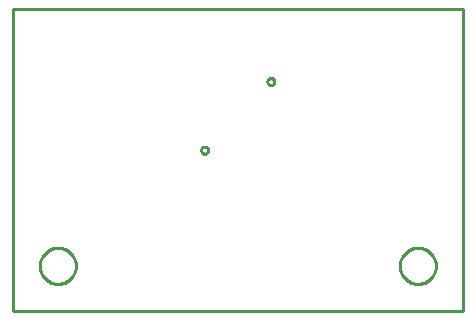
<source format=gbr>
G04 EAGLE Gerber RS-274X export*
G75*
%MOMM*%
%FSLAX34Y34*%
%LPD*%
%IN*%
%IPPOS*%
%AMOC8*
5,1,8,0,0,1.08239X$1,22.5*%
G01*
%ADD10C,0.254000*%


D10*
X0Y0D02*
X381000Y0D01*
X381000Y255270D01*
X0Y255270D01*
X0Y0D01*
X358140Y37556D02*
X358062Y36470D01*
X357907Y35392D01*
X357676Y34329D01*
X357369Y33284D01*
X356989Y32264D01*
X356537Y31274D01*
X356015Y30319D01*
X355426Y29403D01*
X354774Y28531D01*
X354061Y27709D01*
X353291Y26939D01*
X352469Y26226D01*
X351597Y25574D01*
X350681Y24985D01*
X349726Y24463D01*
X348736Y24011D01*
X347716Y23631D01*
X346671Y23324D01*
X345608Y23093D01*
X344530Y22938D01*
X343444Y22860D01*
X342356Y22860D01*
X341270Y22938D01*
X340192Y23093D01*
X339129Y23324D01*
X338084Y23631D01*
X337064Y24011D01*
X336074Y24463D01*
X335119Y24985D01*
X334203Y25574D01*
X333331Y26226D01*
X332509Y26939D01*
X331739Y27709D01*
X331026Y28531D01*
X330374Y29403D01*
X329785Y30319D01*
X329263Y31274D01*
X328811Y32264D01*
X328431Y33284D01*
X328124Y34329D01*
X327893Y35392D01*
X327738Y36470D01*
X327660Y37556D01*
X327660Y38644D01*
X327738Y39730D01*
X327893Y40808D01*
X328124Y41871D01*
X328431Y42916D01*
X328811Y43936D01*
X329263Y44926D01*
X329785Y45881D01*
X330374Y46797D01*
X331026Y47669D01*
X331739Y48491D01*
X332509Y49261D01*
X333331Y49974D01*
X334203Y50626D01*
X335119Y51215D01*
X336074Y51737D01*
X337064Y52189D01*
X338084Y52569D01*
X339129Y52876D01*
X340192Y53107D01*
X341270Y53262D01*
X342356Y53340D01*
X343444Y53340D01*
X344530Y53262D01*
X345608Y53107D01*
X346671Y52876D01*
X347716Y52569D01*
X348736Y52189D01*
X349726Y51737D01*
X350681Y51215D01*
X351597Y50626D01*
X352469Y49974D01*
X353291Y49261D01*
X354061Y48491D01*
X354774Y47669D01*
X355426Y46797D01*
X356015Y45881D01*
X356537Y44926D01*
X356989Y43936D01*
X357369Y42916D01*
X357676Y41871D01*
X357907Y40808D01*
X358062Y39730D01*
X358140Y38644D01*
X358140Y37556D01*
X53340Y37556D02*
X53262Y36470D01*
X53107Y35392D01*
X52876Y34329D01*
X52569Y33284D01*
X52189Y32264D01*
X51737Y31274D01*
X51215Y30319D01*
X50626Y29403D01*
X49974Y28531D01*
X49261Y27709D01*
X48491Y26939D01*
X47669Y26226D01*
X46797Y25574D01*
X45881Y24985D01*
X44926Y24463D01*
X43936Y24011D01*
X42916Y23631D01*
X41871Y23324D01*
X40808Y23093D01*
X39730Y22938D01*
X38644Y22860D01*
X37556Y22860D01*
X36470Y22938D01*
X35392Y23093D01*
X34329Y23324D01*
X33284Y23631D01*
X32264Y24011D01*
X31274Y24463D01*
X30319Y24985D01*
X29403Y25574D01*
X28531Y26226D01*
X27709Y26939D01*
X26939Y27709D01*
X26226Y28531D01*
X25574Y29403D01*
X24985Y30319D01*
X24463Y31274D01*
X24011Y32264D01*
X23631Y33284D01*
X23324Y34329D01*
X23093Y35392D01*
X22938Y36470D01*
X22860Y37556D01*
X22860Y38644D01*
X22938Y39730D01*
X23093Y40808D01*
X23324Y41871D01*
X23631Y42916D01*
X24011Y43936D01*
X24463Y44926D01*
X24985Y45881D01*
X25574Y46797D01*
X26226Y47669D01*
X26939Y48491D01*
X27709Y49261D01*
X28531Y49974D01*
X29403Y50626D01*
X30319Y51215D01*
X31274Y51737D01*
X32264Y52189D01*
X33284Y52569D01*
X34329Y52876D01*
X35392Y53107D01*
X36470Y53262D01*
X37556Y53340D01*
X38644Y53340D01*
X39730Y53262D01*
X40808Y53107D01*
X41871Y52876D01*
X42916Y52569D01*
X43936Y52189D01*
X44926Y51737D01*
X45881Y51215D01*
X46797Y50626D01*
X47669Y49974D01*
X48491Y49261D01*
X49261Y48491D01*
X49974Y47669D01*
X50626Y46797D01*
X51215Y45881D01*
X51737Y44926D01*
X52189Y43936D01*
X52569Y42916D01*
X52876Y41871D01*
X53107Y40808D01*
X53262Y39730D01*
X53340Y38644D01*
X53340Y37556D01*
X165500Y135864D02*
X165426Y135398D01*
X165280Y134948D01*
X165066Y134528D01*
X164788Y134146D01*
X164454Y133812D01*
X164072Y133534D01*
X163652Y133320D01*
X163203Y133174D01*
X162736Y133100D01*
X162264Y133100D01*
X161798Y133174D01*
X161348Y133320D01*
X160928Y133534D01*
X160546Y133812D01*
X160212Y134146D01*
X159934Y134528D01*
X159720Y134948D01*
X159574Y135398D01*
X159500Y135864D01*
X159500Y136336D01*
X159574Y136803D01*
X159720Y137252D01*
X159934Y137672D01*
X160212Y138054D01*
X160546Y138388D01*
X160928Y138666D01*
X161348Y138880D01*
X161798Y139026D01*
X162264Y139100D01*
X162736Y139100D01*
X163203Y139026D01*
X163652Y138880D01*
X164072Y138666D01*
X164454Y138388D01*
X164788Y138054D01*
X165066Y137672D01*
X165280Y137252D01*
X165426Y136803D01*
X165500Y136336D01*
X165500Y135864D01*
X221500Y193864D02*
X221426Y193398D01*
X221280Y192948D01*
X221066Y192528D01*
X220788Y192146D01*
X220454Y191812D01*
X220072Y191534D01*
X219652Y191320D01*
X219203Y191174D01*
X218736Y191100D01*
X218264Y191100D01*
X217798Y191174D01*
X217348Y191320D01*
X216928Y191534D01*
X216546Y191812D01*
X216212Y192146D01*
X215934Y192528D01*
X215720Y192948D01*
X215574Y193398D01*
X215500Y193864D01*
X215500Y194336D01*
X215574Y194803D01*
X215720Y195252D01*
X215934Y195672D01*
X216212Y196054D01*
X216546Y196388D01*
X216928Y196666D01*
X217348Y196880D01*
X217798Y197026D01*
X218264Y197100D01*
X218736Y197100D01*
X219203Y197026D01*
X219652Y196880D01*
X220072Y196666D01*
X220454Y196388D01*
X220788Y196054D01*
X221066Y195672D01*
X221280Y195252D01*
X221426Y194803D01*
X221500Y194336D01*
X221500Y193864D01*
M02*

</source>
